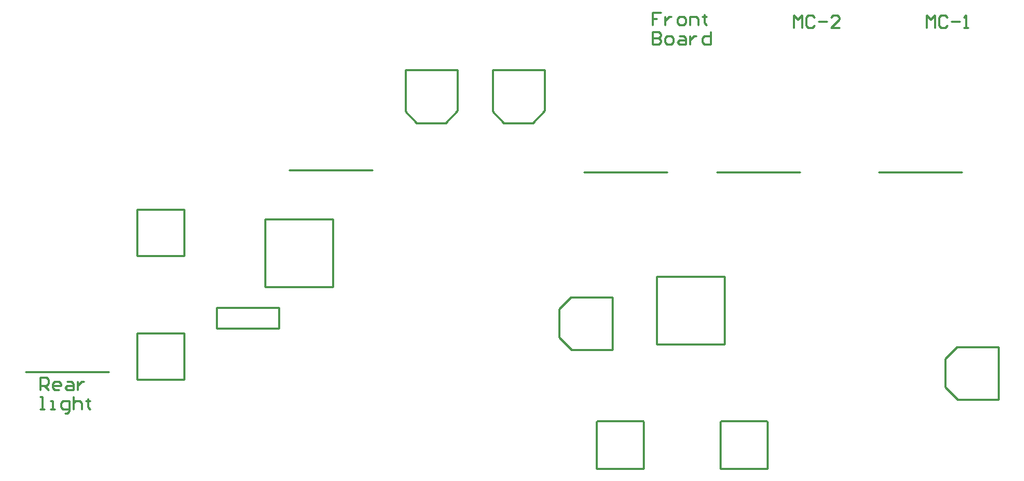
<source format=gbr>
%TF.GenerationSoftware,Altium Limited,Altium Designer,19.1.8 (144)*%
G04 Layer_Color=32768*
%FSLAX26Y26*%
%MOIN*%
%TF.FileFunction,Other,Mechanical_3*%
%TF.Part,Single*%
G01*
G75*
%TA.AperFunction,NonConductor*%
%ADD43C,0.010000*%
D43*
X2682441Y727008D02*
Y864803D01*
Y727008D02*
X2741496Y667953D01*
X2737559Y919921D02*
X2938347D01*
X2682441Y864803D02*
X2737559Y919921D01*
X2938346Y667953D02*
Y919921D01*
X2741496Y667953D02*
X2938346D01*
X1995197Y1761654D02*
X2132992D01*
X2192047Y1820709D01*
X1940079Y1816772D02*
Y2017559D01*
Y1816772D02*
X1995197Y1761654D01*
X1940079Y2017559D02*
X2192047D01*
Y1820709D02*
Y2017559D01*
X4542441Y487008D02*
Y624803D01*
Y487008D02*
X4601496Y427953D01*
X4597559Y679921D02*
X4798346D01*
X4542441Y624803D02*
X4597559Y679921D01*
X4798346Y427953D02*
Y679921D01*
X4601496Y427953D02*
X4798346D01*
X2415197Y1762441D02*
X2552992D01*
X2612047Y1821496D01*
X2360079Y1817559D02*
Y2018347D01*
Y1817559D02*
X2415197Y1762441D01*
X2360079Y2018346D02*
X2612047D01*
Y1821496D02*
Y2018346D01*
X3457913Y95827D02*
Y322598D01*
Y95827D02*
X3682913D01*
X3460177Y324173D02*
X3681339D01*
X3682913Y95827D02*
Y322598D01*
X3085965Y95039D02*
Y321811D01*
X3084390Y323386D02*
X3085965Y321811D01*
X2863228Y323386D02*
X3084390D01*
X2860965Y95039D02*
X3085965D01*
X2860965D02*
Y321811D01*
X647598Y1120354D02*
X874370D01*
Y1345354D01*
X646024Y1122618D02*
Y1343780D01*
X647598Y1345354D02*
X874370D01*
X648386Y748405D02*
X875158D01*
X646811Y746831D02*
X648386Y748405D01*
X646811Y525669D02*
Y746831D01*
X875158Y523405D02*
Y748405D01*
X648386Y523405D02*
X875158D01*
X4220000Y1525746D02*
X4620000D01*
X2801124D02*
X3201124D01*
X1380000Y1533465D02*
X1780000D01*
X3441124Y1525746D02*
X3841124D01*
X110000Y560000D02*
X510000D01*
X1264882Y1299606D02*
X1591653D01*
Y972835D02*
Y1299606D01*
X1264882Y972835D02*
X1591653D01*
X1264882D02*
Y1299606D01*
X3150394Y694409D02*
Y1021181D01*
X3477165D01*
Y694409D02*
Y1021181D01*
X3150394Y694409D02*
X3477165D01*
X1030000Y870000D02*
X1330006D01*
Y770000D02*
Y870000D01*
X1030000Y770000D02*
X1330006D01*
X1030000D02*
Y870000D01*
X180000Y475970D02*
Y535951D01*
X209990D01*
X219987Y525954D01*
Y505961D01*
X209990Y495964D01*
X180000D01*
X199994D02*
X219987Y475970D01*
X269971D02*
X249977D01*
X239981Y485967D01*
Y505961D01*
X249977Y515957D01*
X269971D01*
X279968Y505961D01*
Y495964D01*
X239981D01*
X309958Y515957D02*
X329952D01*
X339948Y505961D01*
Y475970D01*
X309958D01*
X299961Y485967D01*
X309958Y495964D01*
X339948D01*
X359942Y515957D02*
Y475970D01*
Y495964D01*
X369939Y505961D01*
X379935Y515957D01*
X389932D01*
X180000Y379993D02*
X199994D01*
X189997D01*
Y439974D01*
X180000D01*
X229984Y379993D02*
X249977D01*
X239981D01*
Y419981D01*
X229984D01*
X299961Y360000D02*
X309958D01*
X319955Y369997D01*
Y419981D01*
X289964D01*
X279968Y409984D01*
Y389990D01*
X289964Y379993D01*
X319955D01*
X339948Y439974D02*
Y379993D01*
Y409984D01*
X349945Y419981D01*
X369938D01*
X379935Y409984D01*
Y379993D01*
X409926Y429977D02*
Y419981D01*
X399929D01*
X419922D01*
X409926D01*
Y389990D01*
X419922Y379993D01*
X3169987Y2295957D02*
X3130000D01*
Y2265967D01*
X3149994D01*
X3130000D01*
Y2235977D01*
X3189981Y2275964D02*
Y2235977D01*
Y2255970D01*
X3199977Y2265967D01*
X3209974Y2275964D01*
X3219971D01*
X3259958Y2235977D02*
X3279952D01*
X3289948Y2245974D01*
Y2265967D01*
X3279952Y2275964D01*
X3259958D01*
X3249961Y2265967D01*
Y2245974D01*
X3259958Y2235977D01*
X3309942D02*
Y2275964D01*
X3339932D01*
X3349929Y2265967D01*
Y2235977D01*
X3379919Y2285961D02*
Y2275964D01*
X3369922D01*
X3389916D01*
X3379919D01*
Y2245974D01*
X3389916Y2235977D01*
X3130000Y2199981D02*
Y2140000D01*
X3159990D01*
X3169987Y2149997D01*
Y2159994D01*
X3159990Y2169990D01*
X3130000D01*
X3159990D01*
X3169987Y2179987D01*
Y2189984D01*
X3159990Y2199981D01*
X3130000D01*
X3199977Y2140000D02*
X3219971D01*
X3229968Y2149997D01*
Y2169990D01*
X3219971Y2179987D01*
X3199977D01*
X3189981Y2169990D01*
Y2149997D01*
X3199977Y2140000D01*
X3259958Y2179987D02*
X3279952D01*
X3289948Y2169990D01*
Y2140000D01*
X3259958D01*
X3249961Y2149997D01*
X3259958Y2159994D01*
X3289948D01*
X3309942Y2179987D02*
Y2140000D01*
Y2159994D01*
X3319939Y2169990D01*
X3329935Y2179987D01*
X3339932D01*
X3409910Y2199981D02*
Y2140000D01*
X3379919D01*
X3369922Y2149997D01*
Y2169990D01*
X3379919Y2179987D01*
X3409910D01*
X3810000Y2220000D02*
Y2279981D01*
X3829994Y2259987D01*
X3849987Y2279981D01*
Y2220000D01*
X3909968Y2269984D02*
X3899971Y2279981D01*
X3879977D01*
X3869981Y2269984D01*
Y2229997D01*
X3879977Y2220000D01*
X3899971D01*
X3909968Y2229997D01*
X3929961Y2249990D02*
X3969948D01*
X4029929Y2220000D02*
X3989942D01*
X4029929Y2259987D01*
Y2269984D01*
X4019932Y2279981D01*
X3999939D01*
X3989942Y2269984D01*
X4450000Y2220000D02*
Y2279981D01*
X4469993Y2259987D01*
X4489987Y2279981D01*
Y2220000D01*
X4549968Y2269984D02*
X4539971Y2279981D01*
X4519977D01*
X4509981Y2269984D01*
Y2229997D01*
X4519977Y2220000D01*
X4539971D01*
X4549968Y2229997D01*
X4569961Y2249990D02*
X4609948D01*
X4629942Y2220000D02*
X4649935D01*
X4639939D01*
Y2279981D01*
X4629942Y2269984D01*
%TF.MD5,32057bf4656b8e8732ce8021f3417265*%
M02*

</source>
